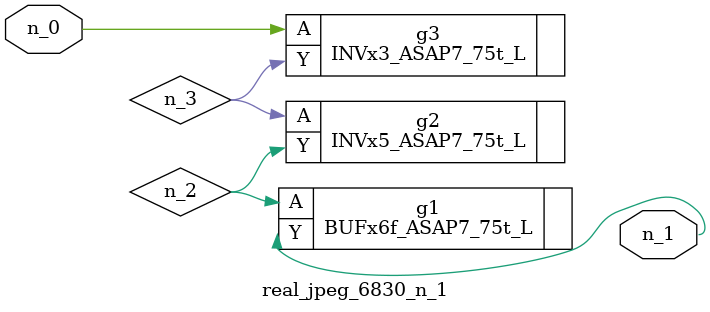
<source format=v>
module real_jpeg_6830_n_1 (n_0, n_1);

input n_0;

output n_1;

wire n_3;
wire n_2;

INVx3_ASAP7_75t_L g3 ( 
.A(n_0),
.Y(n_3)
);

BUFx6f_ASAP7_75t_L g1 ( 
.A(n_2),
.Y(n_1)
);

INVx5_ASAP7_75t_L g2 ( 
.A(n_3),
.Y(n_2)
);


endmodule
</source>
